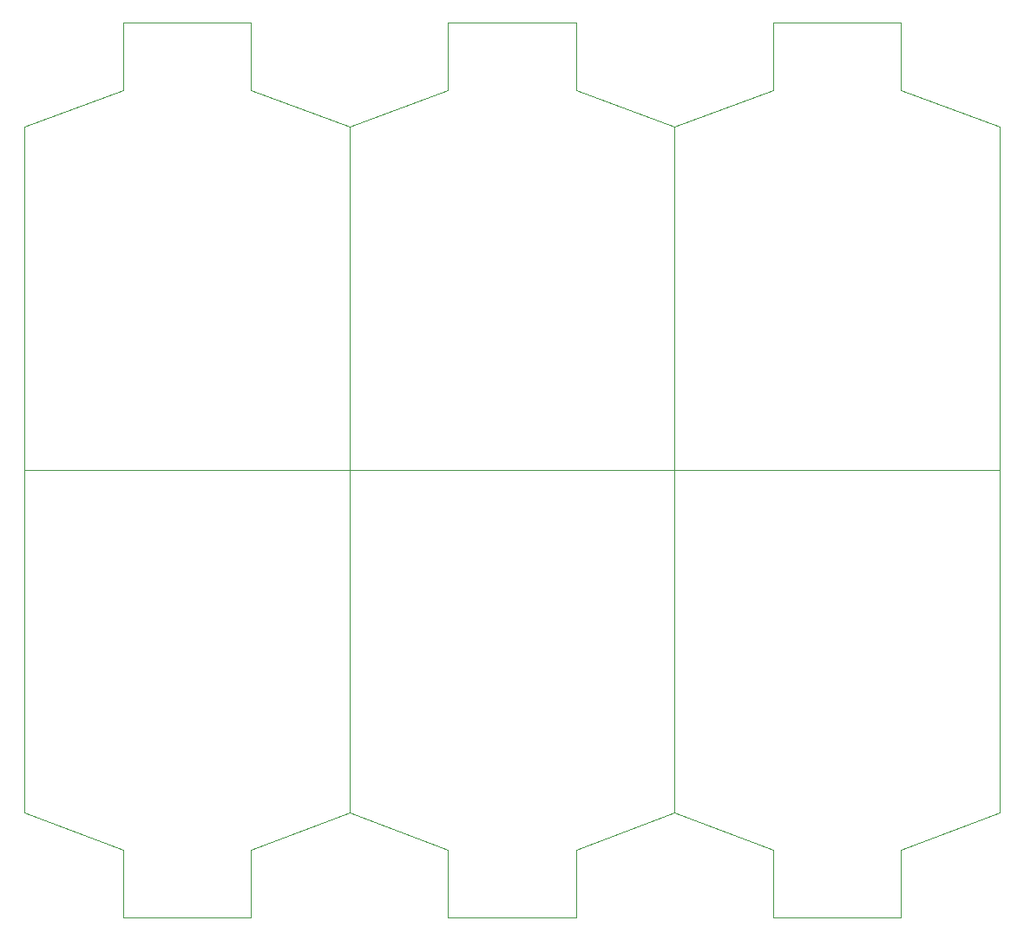
<source format=gbr>
%TF.GenerationSoftware,KiCad,Pcbnew,(5.1.9)-1*%
%TF.CreationDate,2022-04-09T22:54:09+08:00*%
%TF.ProjectId,DB15_Switch_panelize,44423135-5f53-4776-9974-63685f70616e,rev?*%
%TF.SameCoordinates,Original*%
%TF.FileFunction,Profile,NP*%
%FSLAX46Y46*%
G04 Gerber Fmt 4.6, Leading zero omitted, Abs format (unit mm)*
G04 Created by KiCad (PCBNEW (5.1.9)-1) date 2022-04-09 22:54:09*
%MOMM*%
%LPD*%
G01*
G04 APERTURE LIST*
%TA.AperFunction,Profile*%
%ADD10C,0.050000*%
%TD*%
G04 APERTURE END LIST*
D10*
X103000000Y-85500000D02*
X103000000Y-119000000D01*
X166400000Y-85500000D02*
X166400000Y-119000000D01*
X144300000Y-129200000D02*
X156800000Y-129200000D01*
X198100000Y-85500000D02*
X166400000Y-85500000D01*
X134700000Y-119000000D02*
X144300000Y-122600000D01*
X198100000Y-119000000D02*
X198100000Y-85500000D01*
X134700000Y-85500000D02*
X134700000Y-119000000D01*
X156800000Y-122600000D02*
X166400000Y-119000000D01*
X176000000Y-129200000D02*
X188500000Y-129200000D01*
X188500000Y-129200000D02*
X188500000Y-122600000D01*
X166400000Y-119000000D02*
X166400000Y-85500000D01*
X156800000Y-129200000D02*
X156800000Y-122600000D01*
X166400000Y-119000000D02*
X176000000Y-122600000D01*
X176000000Y-122600000D02*
X176000000Y-129200000D01*
X144300000Y-122600000D02*
X144300000Y-129200000D01*
X188500000Y-122600000D02*
X198100000Y-119000000D01*
X166400000Y-85500000D02*
X134700000Y-85500000D01*
X112600000Y-129200000D02*
X125100000Y-129200000D01*
X134700000Y-119000000D02*
X134700000Y-85500000D01*
X103000000Y-119000000D02*
X112600000Y-122600000D01*
X112600000Y-122600000D02*
X112600000Y-129200000D01*
X125100000Y-129200000D02*
X125100000Y-122600000D01*
X125100000Y-122600000D02*
X134700000Y-119000000D01*
X134700000Y-85500000D02*
X103000000Y-85500000D01*
X134700000Y-85500000D02*
X134700000Y-52000000D01*
X166400000Y-85500000D02*
X166400000Y-52000000D01*
X125100000Y-41800000D02*
X112600000Y-41800000D01*
X156800000Y-41800000D02*
X144300000Y-41800000D01*
X103000000Y-52000000D02*
X103000000Y-85500000D01*
X134700000Y-52000000D02*
X134700000Y-85500000D01*
X134700000Y-52000000D02*
X125100000Y-48400000D01*
X166400000Y-52000000D02*
X156800000Y-48400000D01*
X125100000Y-48400000D02*
X125100000Y-41800000D01*
X156800000Y-48400000D02*
X156800000Y-41800000D01*
X112600000Y-41800000D02*
X112600000Y-48400000D01*
X144300000Y-41800000D02*
X144300000Y-48400000D01*
X112600000Y-48400000D02*
X103000000Y-52000000D01*
X144300000Y-48400000D02*
X134700000Y-52000000D01*
X103000000Y-85500000D02*
X134700000Y-85500000D01*
X134700000Y-85500000D02*
X166400000Y-85500000D01*
X166400000Y-85500000D02*
X198100000Y-85500000D01*
X166400000Y-52000000D02*
X166400000Y-85500000D01*
X176000000Y-48400000D02*
X166400000Y-52000000D01*
X176000000Y-41800000D02*
X176000000Y-48400000D01*
X188500000Y-41800000D02*
X176000000Y-41800000D01*
X188500000Y-48400000D02*
X188500000Y-41800000D01*
X198100000Y-52000000D02*
X188500000Y-48400000D01*
X198100000Y-85500000D02*
X198100000Y-52000000D01*
M02*

</source>
